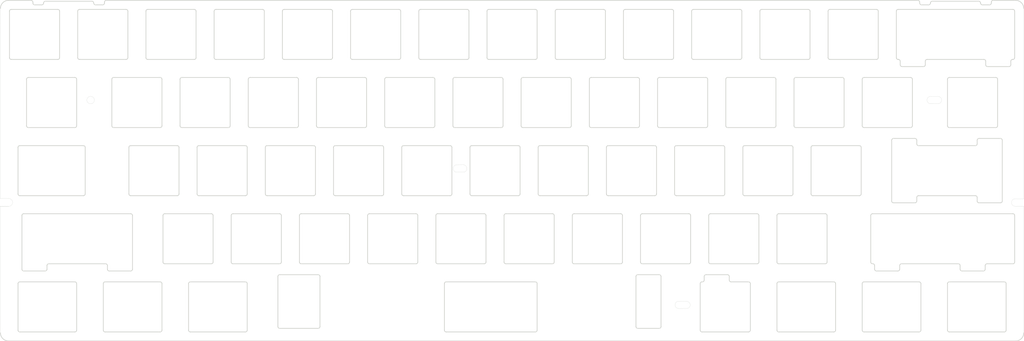
<source format=kicad_pcb>
(kicad_pcb (version 20221018) (generator pcbnew)
  (layers (0 "F.Cu" signal) (31 "B.Cu" signal) (34 "B.Paste" user) (35 "F.Paste" user) (36 "B.SilkS" user "B.Silkscreen") (37 "F.SilkS" user "F.Silkscreen") (38 "B.Mask" user) (39 "F.Mask" user) (44 "Edge.Cuts" user))
  (net 0 "")
  (gr_arc (start 229.70974 117.66599) (mid 230.063293 117.812437) (end 230.20974 118.16599) (stroke (width 0.2)) (layer "Edge.Cuts"))
  (gr_line (start 142.89099 60.51599) (end 155.89099 60.51599) (stroke (width 0.2)) (layer "Edge.Cuts"))
  (gr_line (start 257.19099 39.19099) (end 270.19099 39.19099) (stroke (width 0.2)) (layer "Edge.Cuts"))
  (gr_arc (start 117.79099 60.51599) (mid 118.144543 60.662437) (end 118.29099 61.01599) (stroke (width 0.2)) (layer "Edge.Cuts"))
  (gr_line (start 133.36599 41.46599) (end 146.36599 41.46599) (stroke (width 0.2)) (layer "Edge.Cuts"))
  (gr_line (start -0.48401 41.96599) (end -0.48401 54.96599) (stroke (width 0.2)) (layer "Edge.Cuts"))
  (gr_arc (start 61.92849 112.61599) (mid 61.574937 112.469543) (end 61.42849 112.11599) (stroke (width 0.2)) (layer "Edge.Cuts"))
  (gr_arc (start 85.74099 74.51599) (mid 85.387437 74.369543) (end 85.24099 74.01599) (stroke (width 0.2)) (layer "Edge.Cuts"))
  (gr_line (start 280.21599 41.96599) (end 280.21599 54.96599) (stroke (width 0.2)) (layer "Edge.Cuts"))
  (gr_line (start 75.42849 99.11599) (end 75.42849 112.11599) (stroke (width 0.2)) (layer "Edge.Cuts"))
  (gr_line (start 161.44099 61.01599) (end 161.44099 74.01599) (stroke (width 0.2)) (layer "Edge.Cuts"))
  (gr_arc (start 80.47849 99.11599) (mid 80.624937 98.762437) (end 80.97849 98.61599) (stroke (width 0.2)) (layer "Edge.Cuts"))
  (gr_line (start 121.45974 131.66599) (end 146.36599 131.66599) (stroke (width 0.2)) (layer "Edge.Cuts"))
  (gr_arc (start 201.01599 117.66599) (mid 200.662437 117.519543) (end 200.51599 117.16599) (stroke (width 0.2)) (layer "Edge.Cuts"))
  (gr_line (start -0.75901 134.19099) (end 280.49099 134.19099) (stroke (width 0.2)) (layer "Edge.Cuts"))
  (gr_arc (start 13.01599 41.46599) (mid 13.369543 41.612437) (end 13.51599 41.96599) (stroke (width 0.2)) (layer "Edge.Cuts"))
  (gr_line (start 20.65974 80.06599) (end 20.65974 93.06599) (stroke (width 0.2)) (layer "Edge.Cuts"))
  (gr_line (start 279.12899 55.96599) (end 279.12899 56.96599) (stroke (width 0.2)) (layer "Edge.Cuts"))
  (gr_line (start 76.21599 41.46599) (end 89.21599 41.46599) (stroke (width 0.2)) (layer "Edge.Cuts"))
  (gr_arc (start 61.14099 74.01599) (mid 60.994543 74.369543) (end 60.64099 74.51599) (stroke (width 0.2)) (layer "Edge.Cuts"))
  (gr_arc (start 248.75299 57.46599) (mid 248.399437 57.319543) (end 248.25299 56.96599) (stroke (width 0.2)) (layer "Edge.Cuts"))
  (gr_arc (start 213.82849 99.11599) (mid 213.974937 98.762437) (end 214.32849 98.61599) (stroke (width 0.2)) (layer "Edge.Cuts"))
  (gr_arc (start 204.01599 54.96599) (mid 203.869543 55.319543) (end 203.51599 55.46599) (stroke (width 0.2)) (layer "Edge.Cuts"))
  (gr_line (start 248.10924 113.11599) (end 248.10924 114.11599) (stroke (width 0.2)) (layer "Edge.Cuts"))
  (gr_arc (start 119.07849 112.61599) (mid 118.724937 112.469543) (end 118.57849 112.11599) (stroke (width 0.2)) (layer "Edge.Cuts"))
  (gr_arc (start 230.20974 131.16599) (mid 230.063293 131.519543) (end 229.70974 131.66599) (stroke (width 0.2)) (layer "Edge.Cuts"))
  (gr_line (start 37.61599 41.96599) (end 37.61599 54.96599) (stroke (width 0.2)) (layer "Edge.Cuts"))
  (gr_line (start 85.71599 130.66599) (end 74.95974 130.66599) (stroke (width 0.2)) (layer "Edge.Cuts"))
  (gr_line (start 42.09099 61.01599) (end 42.09099 74.01599) (stroke (width 0.2)) (layer "Edge.Cuts"))
  (gr_line (start 253.69099 39.44099) (end 253.69099 39.69099) (stroke (width 0.2)) (layer "Edge.Cuts"))
  (gr_arc (start 198.75349 79.56599) (mid 199.107043 79.712437) (end 199.25349 80.06599) (stroke (width 0.2)) (layer "Edge.Cuts"))
  (gr_arc (start 188.6 123.125) (mid 189.6 124.125) (end 188.6 125.125) (stroke (width 0.05)) (layer "Edge.Cuts"))
  (gr_arc (start 213.04099 60.51599) (mid 213.394543 60.662437) (end 213.54099 61.01599) (stroke (width 0.2)) (layer "Edge.Cuts"))
  (gr_arc (start 80.97849 112.61599) (mid 80.624937 112.469543) (end 80.47849 112.11599) (stroke (width 0.2)) (layer "Edge.Cuts"))
  (gr_arc (start 271.19099 40.19099) (mid 270.837437 40.044543) (end 270.69099 39.69099) (stroke (width 0.2)) (layer "Edge.Cuts"))
  (gr_arc (start 240.52224 112.61599) (mid 240.168687 112.469543) (end 240.02224 112.11599) (stroke (width 0.2)) (layer "Edge.Cuts"))
  (gr_line (start 200.04099 60.51599) (end 213.04099 60.51599) (stroke (width 0.2)) (layer "Edge.Cuts"))
  (gr_line (start 223.06599 41.96599) (end 223.06599 54.96599) (stroke (width 0.2)) (layer "Edge.Cuts"))
  (gr_arc (start 103.50349 79.56599) (mid 103.857043 79.712437) (end 104.00349 80.06599) (stroke (width 0.2)) (layer "Edge.Cuts"))
  (gr_arc (start 33.35349 93.56599) (mid 32.999937 93.419543) (end 32.85349 93.06599) (stroke (width 0.2)) (layer "Edge.Cuts"))
  (gr_line (start 253.37174 93.56599) (end 269.24774 93.56599) (stroke (width 0.2)) (layer "Edge.Cuts"))
  (gr_line (start 175.72849 99.11599) (end 175.72849 112.11599) (stroke (width 0.2)) (layer "Edge.Cuts"))
  (gr_arc (start 70.95349 80.06599) (mid 71.099937 79.712437) (end 71.45349 79.56599) (stroke (width 0.2)) (layer "Edge.Cuts"))
  (gr_line (start 247.66599 55.46599) (end 247.75299 55.46599) (stroke (width 0.2)) (layer "Edge.Cuts"))
  (gr_arc (start 100.02849 112.61599) (mid 99.674937 112.469543) (end 99.52849 112.11599) (stroke (width 0.2)) (layer "Edge.Cuts"))
  (gr_arc (start 90.50349 93.56599) (mid 90.149937 93.419543) (end 90.00349 93.06599) (stroke (width 0.2)) (layer "Edge.Cuts"))
  (gr_line (start 261.95349 60.51599) (end 274.95349 60.51599) (stroke (width 0.2)) (layer "Edge.Cuts"))
  (gr_arc (start 93.97849 98.61599) (mid 94.332043 98.762437) (end 94.47849 99.11599) (stroke (width 0.2)) (layer "Edge.Cuts"))
  (gr_line (start 33.35349 93.56599) (end 46.35349 93.56599) (stroke (width 0.2)) (layer "Edge.Cuts"))
  (gr_line (start 253.37174 79.56599) (end 269.24774 79.56599) (stroke (width 0.2)) (layer "Edge.Cuts"))
  (gr_arc (start 156.67849 99.11599) (mid 156.824937 98.762437) (end 157.17849 98.61599) (stroke (width 0.2)) (layer "Edge.Cuts"))
  (gr_arc (start 174.94099 60.51599) (mid 175.294543 60.662437) (end 175.44099 61.01599) (stroke (width 0.2)) (layer "Edge.Cuts"))
  (gr_arc (start 238.14099 131.66599) (mid 237.787437 131.519543) (end 237.64099 131.16599) (stroke (width 0.2)) (layer "Edge.Cuts"))
  (gr_arc (start 60.64099 60.51599) (mid 60.994543 60.662437) (end 61.14099 61.01599) (stroke (width 0.2)) (layer "Edge.Cuts"))
  (gr_line (start 276.74774 95.06599) (end 276.74774 78.06599) (stroke (width 0.2)) (layer "Edge.Cuts"))
  (gr_line (start 19.06599 41.46599) (end 32.06599 41.46599) (stroke (width 0.2)) (layer "Edge.Cuts"))
  (gr_line (start 252.87174 94.06599) (end 252.87174 95.06599) (stroke (width 0.2)) (layer "Edge.Cuts"))
  (gr_line (start 204.80349 93.56599) (end 217.80349 93.56599) (stroke (width 0.2)) (layer "Edge.Cuts"))
  (gr_arc (start 247.16599 41.96599) (mid 247.312437 41.612437) (end 247.66599 41.46599) (stroke (width 0.2)) (layer "Edge.Cuts"))
  (gr_line (start 251.64099 61.01599) (end 251.64099 74.01599) (stroke (width 0.2)) (layer "Edge.Cuts"))
  (gr_arc (start -3.00901 41.19099) (mid -2.35 39.6) (end -0.75901 38.94099) (stroke (width 0.2)) (layer "Edge.Cuts"))
  (gr_line (start 248.60924 112.61599) (end 264.48524 112.61599) (stroke (width 0.2)) (layer "Edge.Cuts"))
  (gr_line (start 114.31599 55.46599) (end 127.31599 55.46599) (stroke (width 0.2)) (layer "Edge.Cuts"))
  (gr_arc (start 114.31599 55.46599) (mid 113.962437 55.319543) (end 113.81599 54.96599) (stroke (width 0.2)) (layer "Edge.Cuts"))
  (gr_line (start 254.19099 40.19099) (end 256.19099 40.19099) (stroke (width 0.2)) (layer "Edge.Cuts"))
  (gr_line (start 181.45974 130.16599) (end 181.45974 116.16599) (stroke (width 0.2)) (layer "Edge.Cuts"))
  (gr_arc (start 32.06599 41.46599) (mid 32.419543 41.612437) (end 32.56599 41.96599) (stroke (width 0.2)) (layer "Edge.Cuts"))
  (gr_line (start 280.375 96.525) (end 282.75 96.525) (stroke (width 0.05)) (layer "Edge.Cuts"))
  (gr_arc (start 237.35349 93.06599) (mid 237.207043 93.419543) (end 236.85349 93.56599) (stroke (width 0.2)) (layer "Edge.Cuts"))
  (gr_arc (start 190.51599 55.46599) (mid 190.162437 55.319543) (end 190.01599 54.96599) (stroke (width 0.2)) (layer "Edge.Cuts"))
  (gr_arc (start 218.30349 93.06599) (mid 218.157043 93.419543) (end 217.80349 93.56599) (stroke (width 0.2)) (layer "Edge.Cuts"))
  (gr_arc (start 76.21599 55.46599) (mid 75.862437 55.319543) (end 75.71599 54.96599) (stroke (width 0.2)) (layer "Edge.Cuts"))
  (gr_arc (start 133.36599 55.46599) (mid 133.012437 55.319543) (end 132.86599 54.96599) (stroke (width 0.2)) (layer "Edge.Cuts"))
  (gr_line (start 100.02849 112.61599) (end 113.02849 112.61599) (stroke (width 0.2)) (layer "Edge.Cuts"))
  (gr_arc (start 279.12899 55.96599) (mid 279.275437 55.612437) (end 279.62899 55.46599) (stroke (width 0.2)) (layer "Edge.Cuts"))
  (gr_line (start 280.21599 99.11599) (end 280.21599 112.11599) (stroke (width 0.2)) (layer "Edge.Cuts"))
  (gr_line (start 272.48524 112.61599) (end 279.71599 112.61599) (stroke (width 0.2)) (layer "Edge.Cuts"))
  (gr_arc (start 203.51599 41.46599) (mid 203.869543 41.612437) (end 204.01599 41.96599) (stroke (width 0.2)) (layer "Edge.Cuts"))
  (gr_arc (start 18.27849 74.01599) (mid 18.132043 74.369543) (end 17.77849 74.51599) (stroke (width 0.2)) (layer "Edge.Cuts"))
  (gr_arc (start 185.75349 93.56599) (mid 185.399937 93.419543) (end 185.25349 93.06599) (stroke (width 0.2)) (layer "Edge.Cuts"))
  (gr_line (start 3.48424 114.61599) (end 9.48424 114.61599) (stroke (width 0.2)) (layer "Edge.Cuts"))
  (gr_arc (start 213.82849 118.16599) (mid 213.974937 117.812437) (end 214.32849 117.66599) (stroke (width 0.2)) (layer "Edge.Cuts"))
  (gr_arc (start 46.35349 79.56599) (mid 46.707043 79.712437) (end 46.85349 80.06599) (stroke (width 0.2)) (layer "Edge.Cuts"))
  (gr_arc (start 118.29099 74.01599) (mid 118.144543 74.369543) (end 117.79099 74.51599) (stroke (width 0.2)) (layer "Edge.Cuts"))
  (gr_line (start 171.46599 55.46599) (end 184.46599 55.46599) (stroke (width 0.2)) (layer "Edge.Cuts"))
  (gr_line (start 213.54099 61.01599) (end 213.54099 74.01599) (stroke (width 0.2)) (layer "Edge.Cuts"))
  (gr_arc (start 123.84099 74.51599) (mid 123.487437 74.369543) (end 123.34099 74.01599) (stroke (width 0.2)) (layer "Edge.Cuts"))
  (gr_line (start 104.79099 74.51599) (end 117.79099 74.51599) (stroke (width 0.2)) (layer "Edge.Cuts"))
  (gr_arc (start 132.57849 112.11599) (mid 132.432043 112.469543) (end 132.07849 112.61599) (stroke (width 0.2)) (layer "Edge.Cuts"))
  (gr_arc (start 61.42849 99.11599) (mid 61.574937 98.762437) (end 61.92849 98.61599) (stroke (width 0.2)) (layer "Edge.Cuts"))
  (gr_line (start 51.90349 80.06599) (end 51.90349 93.06599) (stroke (width 0.2)) (layer "Edge.Cuts"))
  (gr_line (start 218.59099 61.01599) (end 218.59099 74.01599) (stroke (width 0.2)) (layer "Edge.Cuts"))
  (gr_arc (start 232.59099 74.01599) (mid 232.444543 74.369543) (end 232.09099 74.51599) (stroke (width 0.2)) (layer "Edge.Cuts"))
  (gr_line (start 137.62849 99.11599) (end 137.62849 112.11599) (stroke (width 0.2)) (layer "Edge.Cuts"))
  (gr_arc (start 195.27849 112.61599) (mid 194.924937 112.469543) (end 194.77849 112.11599) (stroke (width 0.2)) (layer "Edge.Cuts"))
  (gr_arc (start 261.95349 74.51599) (mid 261.599937 74.369543) (end 261.45349 74.01599) (stroke (width 0.2)) (layer "Edge.Cuts"))
  (gr_line (start 33.86024 99.11599) (end 33.86024 114.11599) (stroke (width 0.2)) (layer "Edge.Cuts"))
  (gr_arc (start 256.69099 39.69099) (mid 256.544543 40.044543) (end 256.19099 40.19099) (stroke (width 0.2)) (layer "Edge.Cuts"))
  (gr_line (start 264.98524 113.11599) (end 264.98524 114.11599) (stroke (width 0.2)) (layer "Edge.Cuts"))
  (gr_line (start 208.77849 99.11599) (end 208.77849 112.11599) (stroke (width 0.2)) (layer "Edge.Cuts"))
  (gr_line (start 109.55349 93.56599) (end 122.55349 93.56599) (stroke (width 0.2)) (layer "Edge.Cuts"))
  (gr_line (start 4.77849 74.51599) (end 17.77849 74.51599) (stroke (width 0.2)) (layer "Edge.Cuts"))
  (gr_line (start 109.05349 80.06599) (end 109.05349 93.06599) (stroke (width 0.2)) (layer "Edge.Cuts"))
  (gr_line (start 188.6 123.125) (end 186.5 123.075) (stroke (width 0.05)) (layer "Edge.Cuts"))
  (gr_arc (start 120.95974 118.16599) (mid 121.106187 117.812437) (end 121.45974 117.66599) (stroke (width 0.2)) (layer "Edge.Cuts"))
  (gr_arc (start 20.65974 93.06599) (mid 20.513293 93.419543) (end 20.15974 93.56599) (stroke (width 0.2)) (layer "Edge.Cuts"))
  (gr_line (start 133.36599 55.46599) (end 146.36599 55.46599) (stroke (width 0.2)) (layer "Edge.Cuts"))
  (gr_line (start 80.97849 112.61599) (end 93.97849 112.61599) (stroke (width 0.2)) (layer "Edge.Cuts"))
  (gr_arc (start 147.15349 80.06599) (mid 147.299937 79.712437) (end 147.65349 79.56599) (stroke (width 0.2)) (layer "Edge.Cuts"))
  (gr_line (start 261.95349 117.66599) (end 277.33474 117.66599) (stroke (width 0.2)) (layer "Edge.Cuts"))
  (gr_line (start -3.1 96.525) (end -3.00901 131.94099) (stroke (width 0.05)) (layer "Edge.Cuts"))
  (gr_line (start 71.45349 93.56599) (end 84.45349 93.56599) (stroke (width 0.2)) (layer "Edge.Cuts"))
  (gr_line (start 10.48424 112.61599) (end 26.36024 112.61599) (stroke (width 0.2)) (layer "Edge.Cuts"))
  (gr_line (start 32.56599 41.96599) (end 32.56599 54.96599) (stroke (width 0.2)) (layer "Edge.Cuts"))
  (gr_arc (start 108.76599 54.96599) (mid 108.619543 55.319543) (end 108.26599 55.46599) (stroke (width 0.2)) (layer "Edge.Cuts"))
  (gr_arc (start 2.98424 99.11599) (mid 3.130687 98.762437) (end 3.48424 98.61599) (stroke (width 0.2)) (layer "Edge.Cuts"))
  (gr_arc (start 26.04099 39.69099) (mid 25.894543 40.044543) (end 25.54099 40.19099) (stroke (width 0.2)) (layer "Edge.Cuts"))
  (gr_arc (start 51.11599 41.46599) (mid 51.469543 41.612437) (end 51.61599 41.96599) (stroke (width 0.2)) (layer "Edge.Cuts"))
  (gr_arc (start 254.19099 40.19099) (mid 253.837437 40.044543) (end 253.69099 39.69099) (stroke (width 0.2)) (layer "Edge.Cuts"))
  (gr_line (start 245.87174 78.06599) (end 245.87174 95.06599) (stroke (width 0.2)) (layer "Edge.Cuts"))
  (gr_arc (start 33.86024 114.11599) (mid 33.713793 114.469543) (end 33.36024 114.61599) (stroke (width 0.2)) (layer "Edge.Cuts"))
  (gr_line (start 142.10349 80.06599) (end 142.10349 93.06599) (stroke (width 0.2)) (layer "Edge.Cuts"))
  (gr_arc (start 132.86599 41.96599) (mid 133.012437 41.612437) (end 133.36599 41.46599) (stroke (width 0.2)) (layer "Edge.Cuts"))
  (gr_line (start 282.75 94.425) (end 282.74099 41.19099) (stroke (width 0.05)) (layer "Edge.Cuts"))
  (gr_arc (start 241.60924 114.61599) (mid 241.255687 114.469543) (end 241.10924 114.11599) (stroke (width 0.2)) (layer "Edge.Cuts"))
  (gr_line (start 248.75299 57.46599) (end 254.75299 57.46599) (stroke (width 0.2)) (layer "Edge.Cuts"))
  (gr_arc (start 219.09099 74.51599) (mid 218.737437 74.369543) (end 218.59099 74.01599) (stroke (width 0.2)) (layer "Edge.Cuts"))
  (gr_line (start 57.16599 55.46599) (end 70.16599 55.46599) (stroke (width 0.2)) (layer "Edge.Cuts"))
  (gr_line (start 252.37174 77.56599) (end 246.37174 77.56599) (stroke (width 0.2)) (layer "Edge.Cuts"))
  (gr_arc (start 190.01599 41.96599) (mid 190.162437 41.612437) (end 190.51599 41.46599) (stroke (width 0.2)) (layer "Edge.Cuts"))
  (gr_line (start 193.51599 117.16599) (end 193.51599 116.16599) (stroke (width 0.2)) (layer "Edge.Cuts"))
  (gr_line (start 128.60349 79.56599) (end 141.60349 79.56599) (stroke (width 0.2)) (layer "Edge.Cuts"))
  (gr_arc (start 99.52849 99.11599) (mid 99.674937 98.762437) (end 100.02849 98.61599) (stroke (width 0.2)) (layer "Edge.Cuts"))
  (gr_arc (start 37.61599 41.96599) (mid 37.762437 41.612437) (end 38.11599 41.46599) (stroke (width 0.2)) (layer "Edge.Cuts"))
  (gr_arc (start 128.10349 80.06599) (mid 128.249937 79.712437) (end 128.60349 79.56599) (stroke (width 0.2)) (layer "Edge.Cuts"))
  (gr_arc (start 276.74774 95.06599) (mid 276.601293 95.419543) (end 276.24774 95.56599) (stroke (width 0.2)) (layer "Edge.Cuts"))
  (gr_arc (start 9.98424 113.11599) (mid 10.130687 112.762437) (end 10.48424 112.61599) (stroke (width 0.2)) (layer "Edge.Cuts"))
  (gr_arc (start 275.45349 74.01599) (mid 275.307043 74.369543) (end 274.95349 74.51599) (stroke (width 0.2)) (layer "Edge.Cuts"))
  (gr_line (start 180.49099 61.01599) (end 180.49099 74.01599) (stroke (width 0.2)) (layer "Edge.Cuts"))
  (gr_line (start 161.94099 60.51599) (end 174.94099 60.51599) (stroke (width 0.2)) (layer "Edge.Cuts"))
  (gr_arc (start 2.39724 131.66599) (mid 2.043687 131.519543) (end 1.89724 131.16599) (stroke (width 0.2)) (layer "Edge.Cuts"))
  (gr_line (start 138.12849 98.61599) (end 151.12849 98.61599) (stroke (width 0.2)) (layer "Edge.Cuts"))
  (gr_line (start 156.67849 99.11599) (end 156.67849 112.11599) (stroke (width 0.2)) (layer "Edge.Cuts"))
  (gr_line (start 42.87849 98.61599) (end 55.87849 98.61599) (stroke (width 0.2)) (layer "Edge.Cuts"))
  (gr_arc (start 280.21599 54.96599) (mid 280.069543 55.319543) (end 279.71599 55.46599) (stroke (width 0.2)) (layer "Edge.Cuts"))
  (gr_line (start 228.61599 55.46599) (end 241.61599 55.46599) (stroke (width 0.2)) (layer "Edge.Cuts"))
  (gr_arc (start 47.64099 74.51599) (mid 47.287437 74.369543) (end 47.14099 74.01599) (stroke (width 0.2)) (layer "Edge.Cuts"))
  (gr_arc (start 200.04099 74.51599) (mid 199.687437 74.369543) (end 199.54099 74.01599) (stroke (width 0.2)) (layer "Edge.Cuts"))
  (gr_arc (start 108.26599 41.46599) (mid 108.619543 41.612437) (end 108.76599 41.96599) (stroke (width 0.2)) (layer "Edge.Cuts"))
  (gr_line (start 185.75349 79.56599) (end 198.75349 79.56599) (stroke (width 0.2)) (layer "Edge.Cuts"))
  (gr_line (start 166.70349 79.56599) (end 179.70349 79.56599) (stroke (width 0.2)) (layer "Edge.Cuts"))
  (gr_line (start 219.09099 74.51599) (end 232.09099 74.51599) (stroke (width 0.2)) (layer "Edge.Cuts"))
  (gr_arc (start 136.84099 60.51599) (mid 137.194543 60.662437) (end 137.34099 61.01599) (stroke (width 0.2)) (layer "Edge.Cuts"))
  (gr_arc (start 247.66599 55.46599) (mid 247.312437 55.319543) (end 247.16599 54.96599) (stroke (width 0.2)) (layer "Edge.Cuts"))
  (gr_arc (start 74.45974 116.16599) (mid 74.606187 115.812437) (end 74.95974 115.66599) (stroke (width 0.2)) (layer "Edge.Cuts"))
  (gr_arc (start 151.12849 98.61599) (mid 151.482043 98.762437) (end 151.62849 99.11599) (stroke (width 0.2)) (layer "Edge.Cuts"))
  (gr_line (start 242.11599 41.96599) (end 242.11599 54.96599) (stroke (width 0.2)) (layer "Edge.Cuts"))
  (gr_arc (start 176.22849 112.61599) (mid 175.874937 112.469543) (end 175.72849 112.11599) (stroke (width 0.2)) (layer "Edge.Cuts"))
  (gr_arc (start 56.37849 112.11599) (mid 56.232043 112.469543) (end 55.87849 112.61599) (stroke (width 0.2)) (layer "Edge.Cuts"))
  (gr_arc (start 241.61599 41.46599) (mid 241.969543 41.612437) (end 242.11599 41.96599) (stroke (width 0.2)) (layer "Edge.Cuts"))
  (gr_line (start 89.71599 41.96599) (end 89.71599 54.96599) (stroke (width 0.2)) (layer "Edge.Cuts"))
  (gr_line (start 213.82849 118.16599) (end 213.82849 131.16599) (stroke (width 0.2)) (layer "Edge.Cuts"))
  (gr_arc (start 51.90349 80.06599) (mid 52.049937 79.712437) (end 52.40349 79.56599) (stroke (width 0.2)) (layer "Edge.Cuts"))
  (gr_line (start 170.96599 41.96599) (end 170.96599 54.96599) (stroke (width 0.2)) (layer "Edge.Cuts"))
  (gr_arc (start 127.31599 41.46599) (mid 127.669543 41.612437) (end 127.81599 41.96599) (stroke (width 0.2)) (layer "Edge.Cuts"))
  (gr_arc (start 179.70349 79.56599) (mid 180.057043 79.712437) (end 180.20349 80.06599) (stroke (width 0.2)) (layer "Edge.Cuts"))
  (gr_line (start 238.14099 131.66599) (end 253.52224 131.66599) (stroke (width 0.2)) (layer "Edge.Cuts"))
  (gr_line (start 126.275 84.9) (end 124.275 84.925001) (stroke (width 0.05)) (layer "Edge.Cuts"))
  (gr_line (start 204.80349 79.56599) (end 217.80349 79.56599) (stroke (width 0.2)) (layer "Edge.Cuts"))
  (gr_arc (start 132.07849 98.61599) (mid 132.432043 98.762437) (end 132.57849 99.11599) (stroke (width 0.2)) (layer "Edge.Cuts"))
  (gr_line (start 65.90349 80.06599) (end 65.90349 93.06599) (stroke (width 0.2)) (layer "Edge.Cuts"))
  (gr_line (start 261.95349 131.66599) (end 277.33474 131.66599) (stroke (width 0.2)) (layer "Edge.Cuts"))
  (gr_arc (start 189.22849 98.61599) (mid 189.582043 98.762437) (end 189.72849 99.11599) (stroke (width 0.2)) (layer "Edge.Cuts"))
  (gr_line (start 9.98424 113.11599) (end 9.98424 114.11599) (stroke (width 0.2)) (layer "Edge.Cuts"))
  (gr_line (start 238.14099 117.66599) (end 253.52224 117.66599) (stroke (width 0.2)) (layer "Edge.Cuts"))
  (gr_arc (start 253.19099 38.94099) (mid 253.544543 39.087437) (end 253.69099 39.44099) (stroke (width 0.2)) (layer "Edge.Cuts"))
  (gr_arc (start 269.74774 78.06599) (mid 269.894187 77.712437) (end 270.24774 77.56599) (stroke (width 0.2)) (layer "Edge.Cuts"))
  (gr_arc (start 218.59099 61.01599) (mid 218.737437 60.662437) (end 219.09099 60.51599) (stroke (width 0.2)) (layer "Edge.Cuts"))
  (gr_line (start 194.77849 99.11599) (end 194.77849 112.11599) (stroke (width 0.2)) (layer "Edge.Cuts"))
  (gr_arc (start 279.71599 41.46599) (mid 280.069543 41.612437) (end 280.21599 41.96599) (stroke (width 0.2)) (layer "Edge.Cuts"))
  (gr_line (start 104.29099 61.01599) (end 104.29099 74.01599) (stroke (width 0.2)) (layer "Edge.Cuts"))
  (gr_arc (start 57.16599 55.46599) (mid 56.812437 55.319543) (end 56.66599 54.96599) (stroke (width 0.2)) (layer "Edge.Cuts"))
  (gr_line (start 25.70974 118.16599) (end 25.70974 131.16599) (stroke (width 0.2)) (layer "Edge.Cuts"))
  (gr_line (start 188.6 125.125) (end 186.4 125.129866) (stroke (width 0.05)) (layer "Edge.Cuts"))
  (gr_arc (start 161.15349 93.06599) (mid 161.007043 93.419543) (end 160.65349 93.56599) (stroke (width 0.2)) (layer "Edge.Cuts"))
  (gr_line (start 4.77849 60.51599) (end 17.77849 60.51599) (stroke (width 0.2)) (layer "Edge.Cuts"))
  (gr_arc (start 238.14099 74.51599) (mid 237.787437 74.369543) (end 237.64099 74.01599) (stroke (width 0.2)) (layer "Edge.Cuts"))
  (gr_arc (start 280.375 96.525) (mid 279.325 95.475) (end 280.375 94.425) (stroke (width 0.05)) (layer "Edge.Cuts"))
  (gr_arc (start 41.59099 60.51599) (mid 41.944543 60.662437) (end 42.09099 61.01599) (stroke (width 0.2)) (layer "Edge.Cuts"))
  (gr_arc (start 223.06599 54.96599) (mid 222.919543 55.319543) (end 222.56599 55.46599) (stroke (width 0.2)) (layer "Edge.Cuts"))
  (gr_arc (start 217.80349 79.56599) (mid 218.157043 79.712437) (end 218.30349 80.06599) (stroke (width 0.2)) (layer "Edge.Cuts"))
  (gr_line (start 2.39724 131.66599) (end 17.77849 131.66599) (stroke (width 0.2)) (layer "Edge.Cuts"))
  (gr_line (start -0.725 96.55) (end -3.1 96.525) (stroke (width 0.05)) (layer "Edge.Cuts"))
  (gr_line (start 109.55349 79.56599) (end 122.55349 79.56599) (stroke (width 0.2)) (layer "Edge.Cuts"))
  (gr_line (start 223.85349 93.56599) (end 236.85349 93.56599) (stroke (width 0.2)) (layer "Edge.Cuts"))
  (gr_line (start 70.66599 41.96599) (end 70.66599 54.96599) (stroke (width 0.2)) (layer "Edge.Cuts"))
  (gr_arc (start 151.62849 112.11599) (mid 151.482043 112.469543) (end 151.12849 112.61599) (stroke (width 0.2)) (layer "Edge.Cuts"))
  (gr_line (start 246.37174 95.56599) (end 252.37174 95.56599) (stroke (width 0.2)) (layer "Edge.Cuts"))
  (gr_arc (start 258.95 65.800001) (mid 259.814031 66.865772) (end 258.869142 67.860561) (stroke (width 0.05)) (layer "Edge.Cuts"))
  (gr_line (start 157.17849 98.61599) (end 170.17849 98.61599) (stroke (width 0.2)) (layer "Edge.Cuts"))
  (gr_line (start 206.39724 118.16599) (end 206.39724 131.16599) (stroke (width 0.2)) (layer "Edge.Cuts"))
  (gr_arc (start 189.72849 112.11599) (mid 189.582043 112.469543) (end 189.22849 112.61599) (stroke (width 0.2)) (layer "Edge.Cuts"))
  (gr_arc (start 160.65349 79.56599) (mid 161.007043 79.712437) (end 161.15349 80.06599) (stroke (width 0.2)) (layer "Edge.Cuts"))
  (gr_arc (start 184.46599 41.46599) (mid 184.819543 41.612437) (end 184.96599 41.96599) (stroke (width 0.2)) (layer "Edge.Cuts"))
  (gr_arc (start 137.34099 74.01599) (mid 137.194543 74.369543) (end 136.84099 74.51599) (stroke (width 0.2)) (layer "Edge.Cuts"))
  (gr_arc (start 265.48524 114.61599) (mid 265.131687 114.469543) (end 264.98524 114.11599) (stroke (width 0.2)) (layer "Edge.Cuts"))
  (gr_line (start 61.92849 112.61599) (end 74.92849 112.61599) (stroke (width 0.2)) (layer "Edge.Cuts"))
  (gr_line (start 57.16599 41.46599) (end 70.16599 41.46599) (stroke (width 0.2)) (layer "Edge.Cuts"))
  (gr_line (start 26.86024 113.11599) (end 26.86024 114.11599) (stroke (width 0.2)) (layer "Edge.Cuts"))
  (gr_arc (start 104.79099 74.51599) (mid 104.437437 74.369543) (end 104.29099 74.01599) (stroke (width 0.2)) (layer "Edge.Cuts"))
  (gr_line (start 26.20974 117.66599) (end 41.59099 117.66599) (stroke (width 0.2)) (layer "Edge.Cuts"))
  (gr_arc (start 123.34099 61.01599) (mid 123.487437 60.662437) (end 123.84099 60.51599) (stroke (width 0.2)) (layer "Edge.Cuts"))
  (gr_line (start 269.74774 79.06599) (end 269.74774 78.06599) (stroke (width 0.2)) (layer "Edge.Cuts"))
  (gr_arc (start 27.36024 114.61599) (mid 27.006687 114.469543) (end 26.86024 114.11599) (stroke (width 0.2)) (layer "Edge.Cuts"))
  (gr_line (start 142.39099 61.01599) (end 142.39099 74.01599) (stroke (width 0.2)) (layer "Edge.Cuts"))
  (gr_line (start 113.81599 41.96599) (end 113.81599 54.96599) (stroke (width 0.2)) (layer "Edge.Cuts"))
  (gr_arc (start 209.56599 55.46599) (mid 209.212437 55.319543) (end 209.06599 54.96599) (stroke (width 0.2)) (layer "Edge.Cuts"))
  (gr_line (start 76.21599 55.46599) (end 89.21599 55.46599) (stroke (width 0.2)) (layer "Edge.Cuts"))
  (gr_arc (start 33.36024 98.61599) (mid 33.713793 98.762437) (end 33.86024 99.11599) (stroke (width 0.2)) (layer "Edge.Cuts"))
  (gr_arc (start 156.39099 74.01599) (mid 156.244543 74.369543) (end 155.89099 74.51599) (stroke (width 0.2)) (layer "Edge.Cuts"))
  (gr_line (start 223.85349 79.56599) (end 236.85349 79.56599) (stroke (width 0.2)) (layer "Edge.Cuts"))
  (gr_line (start 271.98524 113.11599) (end 271.98524 114.11599) (stroke (width 0.2)) (layer "Edge.Cuts"))
  (gr_arc (start 180.20349 93.06599) (mid 180.057043 93.419543) (end 179.70349 93.56599) (stroke (width 0.2)) (layer "Edge.Cuts"))
  (gr_line (start 22.54099 39.19099) (end 9.54099 39.19099) (stroke (width 0.2)) (layer "Edge.Cuts"))
  (gr_line (start 90.00349 80.06599) (end 90.00349 93.06599) (stroke (width 0.2)) (layer "Edge.Cuts"))
  (gr_line (start 123.34099 61.01599) (end 123.34099 74.01599) (stroke (width 0.2)) (layer "Edge.Cuts"))
  (gr_arc (start 19.06599 55.46599) (mid 18.712437 55.319543) (end 18.56599 54.96599) (stroke (width 0.2)) (layer "Edge.Cuts"))
  (gr_line (start 161.15349 80.06599) (end 161.15349 93.06599) (stroke (width 0.2)) (layer "Edge.Cuts"))
  (gr_arc (start 17.77849 60.51599) (mid 18.132043 60.662437) (end 18.27849 61.01599) (stroke (width 0.2)) (layer "Edge.Cuts"))
  (gr_arc (start 46.85349 93.06599) (mid 46.707043 93.419543) (end 46.35349 93.56599) (stroke (width 0.2)) (layer "Edge.Cuts"))
  (gr_line (start 185.75349 93.56599) (end 198.75349 93.56599) (stroke (width 0.2)) (layer "Edge.Cuts"))
  (gr_line (start -3.1 94.35) (end -3.00901 41.19099) (stroke (width 0.05)) (layer "Edge.Cuts"))
  (gr_arc (start 3.48424 114.61599) (mid 3.130687 114.469543) (end 2.98424 114.11599) (stroke (width 0.2)) (layer "Edge.Cuts"))
  (gr_line (start 28.59099 74.51599) (end 41.59099 74.51599) (stroke (width 0.2)) (layer "Edge.Cuts"))
  (gr_arc (start 146.86599 131.16599) (mid 146.719543 131.519543) (end 146.36599 131.66599) (stroke (width 0.2)) (layer "Edge.Cuts"))
  (gr_line (start 85.24099 61.01599) (end 85.24099 74.01599) (stroke (width 0.2)) (layer "Edge.Cuts"))
  (gr_arc (start 261.45349 118.16599) (mid 261.599937 117.812437) (end 261.95349 117.66599) (stroke (width 0.2)) (layer "Edge.Cuts"))
  (gr_arc (start 109.55349 93.56599) (mid 109.199937 93.419543) (end 109.05349 93.06599) (stroke (width 0.2)) (layer "Edge.Cuts"))
  (gr_arc (start 17.77849 117.66599) (mid 18.132043 117.812437) (end 18.27849 118.16599) (stroke (width 0.2)) (layer "Edge.Cuts"))
  (gr_line (start 247.66599 41.46599) (end 279.71599 41.46599) (stroke (width 0.2)) (layer "Edge.Cuts"))
  (gr_line (start 190.51599 41.46599) (end 203.51599 41.46599) (stroke (width 0.2)) (layer "Edge.Cuts"))
  (gr_arc (start 118.57849 99.11599) (mid 118.724937 98.762437) (end 119.07849 98.61599) (stroke (width 0.2)) (layer "Edge.Cuts"))
  (gr_arc (start 85.24099 61.01599) (mid 85.387437 60.662437) (end 85.74099 60.51599) (stroke (width 0.2)) (layer "Edge.Cuts"))
  (gr_arc (start 280.49099 38.94099) (mid 282.08198 39.6) (end 282.74099 41.19099) (stroke (width 0.2)) (layer "Edge.Cuts"))
  (gr_arc (start 228.61599 55.46599) (mid 228.262437 55.319543) (end 228.11599 54.96599) (stroke (width 0.2)) (layer "Edge.Cuts"))
  (gr_arc (start 126.275 84.9) (mid 127.217949 85.799684) (end 126.612125 86.953617) (stroke (width 0.05)) (layer "Edge.Cuts"))
  (gr_line (start 176.22849 112.61599) (end 189.22849 112.61599) (stroke (width 0.2)) (layer "Edge.Cuts"))
  (gr_line (start 255.75299 55.46599) (end 271.62899 55.46599) (stroke (width 0.2)) (layer "Edge.Cuts"))
  (gr_line (start 240.02224 99.11599) (end 240.02224 112.11599) (stroke (width 0.2)) (layer "Edge.Cuts"))
  (gr_line (start 146.86599 118.16599) (end 146.86599 131.16599) (stroke (width 0.2)) (layer "Edge.Cuts"))
  (gr_line (start 123.84099 60.51599) (end 136.84099 60.51599) (stroke (width 0.2)) (layer "Edge.Cuts"))
  (gr_line (start 219.09099 60.51599) (end 232.09099 60.51599) (stroke (width 0.2)) (layer "Edge.Cuts"))
  (gr_arc (start 70.66599 54.96599) (mid 70.519543 55.319543) (end 70.16599 55.46599) (stroke (width 0.2)) (layer "Edge.Cuts"))
  (gr_arc (start 98.74099 60.51599) (mid 99.094543 60.662437) (end 99.24099 61.01599) (stroke (width 0.2)) (layer "Edge.Cuts"))
  (gr_line (start 120.95974 118.16599) (end 120.95974 131.16599) (stroke (width 0.2)) (layer "Edge.Cuts"))
  (gr_arc (start 237.64099 118.16599) (mid 237.787437 117.812437) (end 238.14099 117.66599) (stroke (width 0.2)) (layer "Edge.Cuts"))
  (gr_line (start 199.54099 61.01599) (end 199.54099 74.01599) (stroke (width 0.2)) (layer "Edge.Cuts"))
  (gr_line (start 276.24774 77.56599) (end 270.24774 77.56599) (stroke (width 0.2)) (layer "Edge.Cuts"))
  (gr_arc (start 222.56599 41.46599) (mid 222.919543 41.612437) (end 223.06599 41.96599) (stroke (width 0.2)) (layer "Edge.Cuts"))
  (gr_line (start 33.35349 79.56599) (end 46.35349 79.56599) (stroke (width 0.2)) (layer "Edge.Cuts"))
  (gr_arc (start 208.27849 98.61599) (mid 208.632043 98.762437) (end 208.77849 99.11599) (stroke (width 0.2)) (layer "Edge.Cuts"))
  (gr_arc (start 271.98524 113.11599) (mid 272.131687 112.762437) (end 272.48524 112.61599) (stroke (width 0.2)) (layer "Edge.Cuts"))
  (gr_arc (start 75.71599 41.96599) (mid 75.862437 41.612437) (end 76.21599 41.46599) (stroke (width 0.2)) (layer "Edge.Cuts"))
  (gr_arc (start 161.94099 74.51599) (mid 161.587437 74.369543) (end 161.44099 74.01599) (stroke (width 0.2)) (layer "Edge.Cuts"))
  (gr_arc (start 94.76599 41.96599) (mid 94.912437 41.612437) (end 95.26599 41.46599) (stroke (width 0.2)) (layer "Edge.Cuts"))
  (gr_arc (start 214.32849 131.66599) (mid 213.974937 131.519543) (end 213.82849 131.16599) (stroke (width 0.2)) (layer "Edge.Cuts"))
  (gr_arc (start 146.36599 41.46599) (mid 146.719543 41.612437) (end 146.86599 41.96599) (stroke (width 0.2)) (layer "Edge.Cuts"))
  (gr_arc (start 142.39099 61.01599) (mid 142.537437 60.662437) (end 142.89099 60.51599) (stroke (width 0.2)) (layer "Edge.Cuts"))
  (gr_line (start 38.11599 55.46599) (end 51.11599 55.46599) (stroke (width 0.2)) (layer "Edge.Cuts"))
  (gr_line (start 26.54099 38.94099) (end 253.19099 38.94099) (stroke (width 0.2)) (layer "Edge.Cuts"))
  (gr_arc (start 277.83474 131.16599) (mid 277.688293 131.519543) (end 277.33474 131.66599) (stroke (width 0.2)) (layer "Edge.Cuts"))
  (gr_line (start 192.89724 131.66599) (end 205.89724 131.66599) (stroke (width 0.2)) (layer "Edge.Cuts"))
  (gr_arc (start 65.90349 131.16599) (mid 65.757043 131.519543) (end 65.40349 131.66599) (stroke (width 0.2)) (layer "Edge.Cuts"))
  (gr_line (start 42.37849 99.11599) (end 42.37849 112.11599) (stroke (width 0.2)) (layer "Edge.Cuts"))
  (gr_line (start 190.01599 41.96599) (end 190.01599 54.96599) (stroke (width 0.2)) (layer "Edge.Cuts"))
  (gr_line (start 247.16599 41.96599) (end 247.16599 54.96599) (stroke (width 0.2)) (layer "Edge.Cuts"))
  (gr_line (start 147.65349 93.56599) (end 160.65349 93.56599) (stroke (width 0.2)) (layer "Edge.Cuts"))
  (gr_line (start 180.99099 60.51599) (end 193.99099 60.51599) (stroke (width 0.2)) (layer "Edge.Cuts"))
  (gr_line (start 174.45974 130.16599) (end 174.45974 116.16599) (stroke (width 0.2)) (layer "Edge.Cuts"))
  (gr_arc (start 270.19099 39.19099) (mid 270.544543 39.337437) (end 270.69099 39.69099) (stroke (width 0.2)) (layer "Edge.Cuts"))
  (gr_line (start 50.02224 117.66599) (end 65.40349 117.66599) (stroke (width 0.2)) (layer "Edge.Cuts"))
  (gr_line (start 204.01599 41.96599) (end 204.01599 54.96599) (stroke (width 0.2)) (layer "Edge.Cuts"))
  (gr_line (start 201.01599 117.66599) (end 205.89724 117.66599) (stroke (width 0.2)) (layer "Edge.Cuts"))
  (gr_line (start 66.69099 74.51599) (end 79.69099 74.51599) (stroke (width 0.2)) (layer "Edge.Cuts"))
  (gr_arc (start 52.40349 93.56599) (mid 52.049937 93.419543) (end 51.90349 93.06599) (stroke (width 0.2)) (layer "Edge.Cuts"))
  (gr_line (start 227.82849 99.11599) (end 227.82849 112.11599) (stroke (width 0.2)) (layer "Edge.Cuts"))
  (gr_arc (start 137.62849 99.11599) (mid 137.774937 98.762437) (end 138.12849 98.61599) (stroke (width 0.2)) (layer "Edge.Cuts"))
  (gr_arc (start 5.54099 38.94099) (mid 5.894543 39.087437) (end 6.04099 39.44099) (stroke (width 0.2)) (layer "Edge.Cuts"))
  (gr_line (start 184.96599 41.96599) (end 184.96599 54.96599) (stroke (width 0.2)) (layer "Edge.Cuts"))
  (gr_arc (start 49.52224 118.16599) (mid 49.668687 117.812437) (end 50.02224 117.66599) (stroke (width 0.2)) (layer "Edge.Cuts"))
  (gr_line (start 28.09099 61.01599) (end 28.09099 74.01599) (stroke (width 0.2)) (layer "Edge.Cuts"))
  (gr_line (start 85.74099 74.51599) (end 98.74099 74.51599) (stroke (width 0.2)) (layer "Edge.Cuts"))
  (gr_line (start 123.05349 80.06599) (end 123.05349 93.06599) (stroke (width 0.2)) (layer "Edge.Cuts"))
  (gr_arc (start 151.91599 41.96599) (mid 152.062437 41.612437) (end 152.41599 41.46599) (stroke (width 0.2)) (layer "Edge.Cuts"))
  (gr_arc (start 240.60924 112.61599) (mid 240.962793 112.762437) (end 241.10924 113.11599) (stroke (width 0.2)) (layer "Edge.Cuts"))
  (gr_arc (start 276.24774 77.56599) (mid 276.601293 77.712437) (end 276.74774 78.06599) (stroke (width 0.2)) (layer "Edge.Cuts"))
  (gr_line (start 1.89724 118.16599) (end 1.89724 131.16599) (stroke (width 0.2)) (layer "Edge.Cuts"))
  (gr_line (start 157.17849 112.61599) (end 170.17849 112.61599) (stroke (width 0.2)) (layer "Edge.Cuts"))
  (gr_arc (start 32.56599 54.96599) (mid 32.419543 55.319543) (end 32.06599 55.46599) (stroke (width 0.2)) (layer "Edge.Cuts"))
  (gr_arc (start 272.62899 57.46599) (mid 272.275437 57.319543) (end 272.12899 56.96599) (stroke (width 0.2)) (layer "Edge.Cuts"))
  (gr_line (start 151.62849 99.11599) (end 151.62849 112.11599) (stroke (width 0.2)) (layer "Edge.Cuts"))
  (gr_arc (start 65.40349 79.56599) (mid 65.757043 79.712437) (end 65.90349 80.06599) (stroke (width 0.2)) (layer "Edge.Cuts"))
  (gr_arc (start 277.33474 117.66599) (mid 277.688293 117.812437) (end 277.83474 118.16599) (stroke (width 0.2)) (layer "Edge.Cuts"))
  (gr_arc (start 55.87849 98.61599) (mid 56.232043 98.762437) (end 56.37849 99.11599) (stroke (width 0.2)) (layer "Edge.Cuts"))
  (gr_line (start 209.56599 55.46599) (end 222.56599 55.46599) (stroke (width 0.2)) (layer "Edge.Cuts"))
  (gr_line (start 128.60349 93.56599) (end 141.60349 93.56599) (stroke (width 0.2)) (layer "Edge.Cuts"))
  (gr_arc (start 161.44099 61.01599) (mid 161.587437 60.662437) (end 161.94099 60.51599) (stroke (width 0.2)) (layer "Edge.Cuts"))
  (gr_arc (start 104.29099 61.01599) (mid 104.437437 60.662437) (end 104.79099 60.51599) (stroke (width 0.2)) (layer "Edge.Cuts"))
  (gr_arc (start 273.69099 39.69099) (mid 273.544543 40.044543) (end 273.19099 40.19099) (stroke (width 0.2)) (layer "Edge.Cuts"))
  (gr_arc (start 42.87849 112.61599) (mid 42.524937 112.469543) (end 42.37849 112.11599) (stroke (width 0.2)) (layer "Edge.Cuts"))
  (gr_arc (start 74.95974 130.66599) (mid 74.606187 130.519543) (end 74.45974 130.16599) (stroke (width 0.2)) (layer "Edge.Cuts"))
  (gr_line (start 171.46599 41.46599) (end 184.46599 41.46599) (stroke (width 0.2)) (layer "Edge.Cuts"))
  (gr_arc (start 1.89724 80.06599) (mid 2.043687 79.712437) (end 2.39724 79.56599) (stroke (width 0.2)) (layer "Edge.Cuts"))
  (gr_line (start 99.24099 61.01599) (end 99.24099 74.01599) (stroke (width 0.2)) (layer "Edge.Cuts"))
  (gr_line (start 121.45974 117.66599) (end 146.36599 117.66599) (stroke (width 0.2)) (layer "Edge.Cuts"))
  (gr_arc (start 279.71599 98.61599) (mid 280.069543 98.762437) (end 280.21599 99.11599) (stroke (width 0.2)) (layer "Edge.Cuts"))
  (gr_arc (start 269.24774 93.56599) (mid 269.601293 93.712437) (end 269.74774 94.06599) (stroke (width 0.2)) (layer "Edge.Cuts"))
  (gr_line (start 26.20974 131.66599) (end 41.59099 131.66599) (stroke (width 0.2)) (layer "Edge.Cuts"))
  (gr_line (start 95.26599 55.46599) (end 108.26599 55.46599) (stroke (width 0.2)) (layer "Edge.Cuts"))
  (gr_line (start 50.02224 131.66599) (end 65.40349 131.66599) (stroke (width 0.2)) (layer "Edge.Cuts"))
  (gr_line (start 223.35349 80.06599) (end 223.35349 93.06599) (stroke (width 0.2)) (layer "Edge.Cuts"))
  (gr_line (start 4.27849 61.01599) (end 4.27849 74.01599) (stroke (width 0.2)) (layer "Edge.Cuts"))
  (gr_line (start 147.15349 80.06599) (end 147.15349 93.06599) (stroke (width 0.2)) (layer "Edge.Cuts"))
  (gr_line (start 241.60924 114.61599) (end 247.60924 114.61599) (stroke (width 0.2)) (layer "Edge.Cuts"))
  (gr_arc (start 89.21599 41.46599) (mid 89.569543 41.612437) (end 89.71599 41.96599) (stroke (width 0.2)) (layer "Edge.Cuts"))
  (gr_arc (start 174.95974 130.66599) (mid 174.606187 130.519543) (end 174.45974 130.16599) (stroke (width 0.2)) (layer "Edge.Cuts"))
  (gr_line (start 152.41599 55.46599) (end 165.41599 55.46599) (stroke (width 0.2)) (layer "Edge.Cuts"))
  (gr_arc (start 18.27849 131.16599) (mid 18.132043 131.519543) (end 17.77849 131.66599) (stroke (width 0.2)) (layer "Edge.Cuts"))
  (gr_arc (start 171.46599 55.46599) (mid 171.112437 55.319543) (end 170.96599 54.96599) (stroke (width 0.2)) (layer "Edge.Cuts"))
  (gr_line (start 61.92849 98.61599) (end 74.92849 98.61599) (stroke (width 0.2)) (layer "Edge.Cuts"))
  (gr_line (start 137.34099 61.01599) (end 137.34099 74.01599) (stroke (width 0.2)) (layer "Edge.Cuts"))
  (gr_line (start 2.98424 99.11599) (end 2.98424 114.11599) (stroke (width 0.2)) (layer "Edge.Cuts"))
  (gr_line (start 66.19099 61.01599) (end 66.19099 74.01599) (stroke (width 0.2)) (layer "Edge.Cuts"))
  (gr_arc (start 232.09099 60.51599) (mid 232.444543 60.662437) (end 232.59099 61.01599) (stroke (width 0.2)) (layer "Edge.Cuts"))
  (gr_arc (start 193.51599 116.16599) (mid 193.662437 115.812437) (end 194.01599 115.66599) (stroke (width 0.2)) (layer "Edge.Cuts"))
  (gr_arc (start 56.66599 41.96599) (mid 56.812437 41.612437) (end 57.16599 41.46599) (stroke (width 0.2)) (layer "Edge.Cuts"))
  (gr_line (start 114.31599 41.46599) (end 127.31599 41.46599) (stroke (width 0.2)) (layer "Edge.Cuts"))
  (gr_arc (start 204.30349 80.06599) (mid 204.449937 79.712437) (end 204.80349 79.56599) (stroke (width 0.2)) (layer "Edge.Cuts"))
  (gr_line (start 2.39724 93.56599) (end 20.15974 93.56599) (stroke (width 0.2)) (layer "Edge.Cuts"))
  (gr_arc (start 175.72849 99.11599) (mid 175.874937 98.762437) (end 176.22849 98.61599) (stroke (width 0.2)) (layer "Edge.Cuts"))
  (gr_line (start 180.95974 115.66599) (end 174.95974 115.66599) (stroke (width 0.2)) (layer "Edge.Cuts"))
  (gr_line (start 61.14099 61.01599) (end 61.14099 74.01599) (stroke (width 0.2)) (layer "Edge.Cuts"))
  (gr_arc (start 186.4 125.129866) (mid 185.371351 124.049941) (end 186.5 123.075) (stroke (width 0.05)) (layer "Edge.Cuts"))
  (gr_line (start 71.45349 79.56599) (end 84.45349 79.56599) (stroke (width 0.2)) (layer "Edge.Cuts"))
  (gr_line (start 170.67849 99.11599) (end 170.67849 112.11599) (stroke (width 0.2)) (layer "Edge.Cuts"))
  (gr_line (start 204.30349 80.06599) (end 204.30349 93.06599) (stroke (width 0.2)) (layer "Edge.Cuts"))
  (gr_arc (start 147.65349 93.56599) (mid 147.299937 93.419543) (end 147.15349 93.06599) (stroke (width 0.2)) (layer "Edge.Cuts"))
  (gr_arc (start 86.21599 130.16599) (mid 86.069543 130.519543) (end 85.71599 130.66599) (stroke (width 0.2)) (layer "Edge.Cuts"))
  (gr_arc (start 204.80349 93.56599) (mid 204.449937 93.419543) (end 204.30349 93.06599) (stroke (width 0.2)) (layer "Edge.Cuts"))
  (gr_line (start 152.41599 41.46599) (end 165.41599 41.46599) (stroke (width 0.2)) (layer "Edge.Cuts"))
  (gr_line (start 94.47849 99.11599) (end 94.47849 112.11599) (stroke (width 0.2)) (layer "Edge.Cuts"))
  (gr_line (start 213.82849 99.11599) (end 213.82849 112.11599) (stroke (width 0.2)) (layer "Edge.Cuts"))
  (gr_arc (start 245.87174 78.06599) (mid 246.018187 77.712437) (end 246.37174 77.56599) (stroke (width 0.2)) (layer "Edge.Cuts"))
  (gr_line (start 161.94099 74.51599) (end 174.94099 74.51599) (stroke (width 0.2)) (layer "Edge.Cuts"))
  (gr_arc (start 248.10924 114.11599) (mid 247.962793 114.469543) (end 247.60924 114.61599) (stroke (width 0.2)) (layer "Edge.Cuts"))
  (gr_arc (start 192.39724 118.16599) (mid 192.543687 117.812437) (end 192.89724 117.66599) (stroke (width 0.2)) (layer "Edge.Cuts"))
  (gr_line (start 200.01599 115.66599) (end 194.01599 115.66599) (stroke (width 0.2)) (layer "Edge.Cuts"))
  (gr_arc (start 138.12849 112.61599) (mid 137.774937 112.469543) (end 137.62849 112.11599) (stroke (width 0.2)) (layer "Edge.Cuts"))
  (gr_arc (start 84.45349 79.56599) (mid 84.807043 79.712437) (end 84.95349 80.06599) (stroke (width 0.2)) (layer "Edge.Cuts"))
  (gr_line (start 27.36024 114.61599) (end 33.36024 114.61599) (stroke (width 0.2)) (layer "Edge.Cuts"))
  (gr_line (start 265.48524 114.61599) (end 271.48524 114.61599) (stroke (width 0.2)) (layer "Edge.Cuts"))
  (gr_arc (start 280.21599 112.11599) (mid 280.069543 112.469543) (end 279.71599 112.61599) (stroke (width 0.2)) (layer "Edge.Cuts"))
  (gr_arc (start 170.67849 112.11599) (mid 170.532043 112.469543) (end 170.17849 112.61599) (stroke (width 0.2)) (layer "Edge.Cuts"))
  (gr_arc (start 240.02224 99.11599) (mid 240.168687 98.762437) (end 240.52224 98.61599) (stroke (width 0.2)) (layer "Edge.Cuts"))
  (gr_line (start 99.52849 99.11599) (end 99.52849 112.11599) (stroke (width 0.2)) (layer "Edge.Cuts"))
  (gr_arc (start 253.37174 79.56599) (mid 253.018187 79.419543) (end 252.87174 79.06599) (stroke (width 0.2)) (layer "Edge.Cuts"))
  (gr_line (start 258.95 65.800001) (end 256.85 65.8) (stroke (width 0.05)) (layer "Edge.Cuts"))
  (gr_line (start 25.54099 40.19099) (end 23.54099 40.19099) (stroke (width 0.2)) (layer "Edge.Cuts"))
  (gr_arc (start 180.99099 74.51599) (mid 180.637437 74.369543) (end 180.49099 74.01599) (stroke (width 0.2)) (layer "Edge.Cuts"))
  (gr_arc (start 47.14099 61.01599) (mid 47.287437 60.662437) (end 47.64099 60.51599) (stroke (width 0.2)) (layer "Edge.Cuts"))
  (gr_line (start 166.20349 80.06599) (end 166.20349 93.06599) (stroke (width 0.2)) (layer "Edge.Cuts"))
  (gr_line (start 104.79099 60.51599) (end 117.79099 60.51599) (stroke (width 0.2)) (layer "Edge.Cuts"))
  (gr_line (start 123.84099 74.51599) (end 136.84099 74.51599) (stroke (width 0.2)) (layer "Edge.Cuts"))
  (gr_line (start 240.52224 98.61599) (end 279.71599 98.61599) (stroke (width 0.2)) (layer "Edge.Cuts"))
  (gr_line (start 61.42849 99.11599) (end 61.42849 112.11599) (stroke (width 0.2)) (layer "Edge.Cuts"))
  (gr_arc (start 200.01599 115.66599) (mid 200.369543 115.812437) (end 200.51599 116.16599) (stroke (width 0.2)) (layer "Edge.Cuts"))
  (gr_arc (start 26.36024 112.61599) (mid 26.713793 112.762437) (end 26.86024 113.11599) (stroke (width 0.2)) (layer "Edge.Cuts"))
  (gr_arc (start 227.32849 98.61599) (mid 227.682043 98.762437) (end 227.82849 99.11599) (stroke (width 0.2)) (layer "Edge.Cuts"))
  (gr_arc (start 251.14099 60.51599) (mid 251.494543 60.662437) (end 251.64099 61.01599) (stroke (width 0.2)) (layer "Edge.Cuts"))
  (gr_line (start 214.32849 131.66599) (end 229.70974 131.66599) (stroke (width 0.2)) (layer "Edge.Cuts"))
  (gr_line (start 2.39724 79.56599) (end 20.15974 79.56599) (stroke (width 0.2)) (layer "Edge.Cuts"))
  (gr_arc (start 157.17849 112.61599) (mid 156.824937 112.469543) (end 156.67849 112.11599) (stroke (width 0.2)) (layer "Edge.Cuts"))
  (gr_line (start 128.10349 80.06599) (end 128.10349 93.06599) (stroke (width 0.2)) (layer "Edge.Cuts"))
  (gr_line (start 132.57849 99.11599) (end 132.57849 112.11599) (stroke (width 0.2)) (layer "Edge.Cuts"))
  (gr_line (start 209.56599 41.46599) (end 222.56599 41.46599) (stroke (width 0.2)) (layer "Edge.Cuts"))
  (gr_arc (start 261.45349 61.01599) (mid 261.599937 60.662437) (end 261.95349 60.51599) (stroke (width 0.2)) (layer "Edge.Cuts"))
  (gr_arc (start 42.09099 74.01599) (mid 41.944543 74.369543) (end 41.59099 74.51599) (stroke (width 0.2)) (layer "Edge.Cuts"))
  (gr_line (start 180.99099 74.51599) (end 193.99099 74.51599) (stroke (width 0.2)) (layer "Edge.Cuts"))
  (gr_arc (start 1.89724 118.16599) (mid 2.043687 117.812437) (end 2.39724 117.66599) (stroke (width 0.2)) (layer "Edge.Cuts"))
  (gr_arc (start 206.39724 131.16599) (mid 206.250793 131.519543) (end 205.89724 131.66599) (stroke (width 0.2)) (layer "Edge.Cuts"))
  (gr_line (start 237.35349 80.06599) (end 237.35349 93.06599) (stroke (width 0.2)) (layer "Edge.Cuts"))
  (gr_arc (start 271.62899 55.46599) (mid 271.982543 55.612437) (end 272.12899 55.96599) (stroke (width 0.2)) (layer "Edge.Cuts"))
  (gr_line (start 280.375 94.425) (end 282.75 94.425) (stroke (width 0.05)) (layer "Edge.Cuts"))
  (gr_line (start 0.01599 55.46599) (end 13.01599 55.46599) (stroke (width 0.2)) (layer "Edge.Cuts"))
  (gr_line (start 274.19099 38.94099) (end 280.49099 38.94099) (stroke (width 0.2)) (layer "Edge.Cuts"))
  (gr_line (start 13.51599 41.96599) (end 13.51599 54.96599) (stroke (width 0.2)) (layer "Edge.Cuts"))
  (gr_arc (start 65.40349 117.66599) (mid 65.757043 117.812437) (end 65.90349 118.16599) (stroke (width 0.2)) (layer "Edge.Cuts"))
  (gr_arc (start 185.25349 80.06599) (mid 185.399937 79.712437) (end 185.75349 79.56599) (stroke (width 0.2)) (layer "Edge.Cuts"))
  (gr_line (start 132.86599 41.96599) (end 132.86599 54.96599) (stroke (width 0.2)) (layer "Edge.Cuts"))
  (gr_arc (start 223.35349 80.06599) (mid 223.499937 79.712437) (end 223.85349 79.56599) (stroke (width 0.2)) (layer "Edge.Cuts"))
  (gr_line (start 272.62899 57.46599) (end 278.62899 57.46599) (stroke (width 0.2)) (layer "Edge.Cuts"))
  (gr_line (start 80.19099 61.01599) (end 80.19099 74.01599) (stroke (width 0.2)) (layer "Edge.Cuts"))
  (gr_line (start 118.57849 99.11599) (end 118.57849 112.11599) (stroke (width 0.2)) (layer "Edge.Cuts"))
  (gr_arc (start 65.90349 93.06599) (mid 65.757043 93.419543) (end 65.40349 93.56599) (stroke (width 0.2)) (layer "Edge.Cuts"))
  (gr_line (start 52.40349 93.56599) (end 65.40349 93.56599) (stroke (width 0.2)) (layer "Edge.Cuts"))
  (gr_arc (start 253.52224 117.66599) (mid 253.875793 117.812437) (end 254.02224 118.16599) (stroke (width 0.2)) (layer "Edge.Cuts"))
  (gr_arc (start 237.64099 61.01599) (mid 237.787437 60.662437) (end 238.14099 60.51599) (stroke (width 0.2)) (layer "Edge.Cuts"))
  (gr_line (start 104.00349 80.06599) (end 104.00349 93.06599) (stroke (width 0.2)) (layer "Edge.Cuts"))
  (gr_arc (start 246.37174 95.56599) (mid 246.018187 95.419543) (end 245.87174 95.06599) (stroke (width 0.2)) (layer "Edge.Cuts"))
  (gr_line (start 279.62899 55.46599) (end 279.71599 55.46599) (stroke (width 0.2)) (layer "Edge.Cuts"))
  (gr_line (start 156.39099 61.01599) (end 156.39099 74.01599) (stroke (width 0.2)) (layer "Edge.Cuts"))
  (gr_arc (start 170.96599 41.96599) (mid 171.112437 41.612437) (end 171.46599 41.46599) (stroke (width 0.2)) (layer "Edge.Cuts"))
  (gr_line (start 127.81599 41.96599) (end 127.81599 54.96599) (stroke (width 0.2)) (layer "Edge.Cuts"))
  (gr_arc (start 152.41599 55.46599) (mid 152.062437 55.319543) (end 151.91599 54.96599) (stroke (width 0.2)) (layer "Edge.Cuts"))
  (gr_arc (start 254.02224 131.16599) (mid 253.875793 131.519543) (end 253.52224 131.66599) (stroke (width 0.2)) (layer "Edge.Cuts"))
  (gr_line (start 90.50349 93.56599) (end 103.50349 93.56599) (stroke (width 0.2)) (layer "Edge.Cuts"))
  (gr_line (start 237.64099 118.16599) (end 237.64099 131.16599) (stroke (width 0.2)) (layer "Edge.Cuts"))
  (gr_line (start 42.09099 118.16599) (end 42.09099 131.16599) (stroke (width 0.2)) (layer "Edge.Cuts"))
  (gr_line (start 209.06599 41.96599) (end 209.06599 54.96599) (stroke (width 0.2)) (layer "Edge.Cuts"))
  (gr_arc (start 121.45974 131.66599) (mid 121.106187 131.519543) (end 120.95974 131.16599) (stroke (width 0.2)) (layer "Edge.Cuts"))
  (gr_line (start 189.72849 99.11599) (end 189.72849 112.11599) (stroke (width 0.2)) (layer "Edge.Cuts"))
  (gr_arc (start 9.04099 39.69099) (mid 8.894543 40.044543) (end 8.54099 40.19099) (stroke (width 0.2)) (layer "Edge.Cuts"))
  (gr_arc (start 199.25349 93.06599) (mid 199.107043 93.419543) (end 198.75349 93.56599) (stroke (width 0.2)) (layer "Edge.Cuts"))
  (gr_line (start 190.51599 55.46599) (end 203.51599 55.46599) (stroke (width 0.2)) (layer "Edge.Cuts"))
  (gr_arc (start 113.02849 98.61599) (mid 113.382043 98.762437) (end 113.52849 99.11599) (stroke (width 0.2)) (layer "Edge.Cuts"))
  (gr_line (start 86.21599 130.16599) (end 86.21599 116.16599) (stroke (width 0.2)) (layer "Edge.Cuts"))
  (gr_arc (start 247.75299 55.46599) (mid 248.106543 55.612437) (end 248.25299 55.96599) (stroke (width 0.2)) (layer "Edge.Cuts"))
  (gr_arc (start 22.54099 39.19099) (mid 22.894543 39.337437) (end 23.04099 39.69099) (stroke (width 0.2)) (layer "Edge.Cuts"))
  (gr_line (start 272.12899 55.96599) (end 272.12899 56.96599) (stroke (width 0.2)) (layer "Edge.Cuts"))
  (gr_line (start 261.45349 61.01599) (end 261.45349 74.01599) (stroke (width 0.2)) (layer "Edge.Cuts"))
  (gr_line (start 18.27849 118.16599) (end 18.27849 131.16599) (stroke (width 0.2)) (layer "Edge.Cuts"))
  (gr_line (start 19.06599 55.46599) (end 32.06599 55.46599) (stroke (width 0.2)) (layer "Edge.Cuts"))
  (gr_line (start 230.20974 118.16599) (end 230.20974 131.16599) (stroke (width 0.2)) (layer "Edge.Cuts"))
  (gr_arc (start 274.95349 60.51599) (mid 275.307043 60.662437) (end 275.45349 61.01599) (stroke (width 0.2)) (layer "Edge.Cuts"))
  (gr_arc (start 128.60349 93.56599) (mid 128.249937 93.419543) (end 128.10349 93.06599) (stroke (width 0.2)) (layer "Edge.Cuts"))
  (gr_arc (start 23.54099 40.19099) (mid 23.187437 40.044543) (end 23.04099 39.69099) (stroke (width 0.2)) (layer "Edge.Cuts"))
  (gr_line (start 56.66599 41.96599) (end 56.66599 54.96599) (stroke (width 0.2)) (layer "Edge.Cuts"))
  (gr_line (start 199.25349 80.06599) (end 199.25349 93.06599) (stroke (width 0.2)) (layer "Edge.Cuts"))
  (gr_arc (start 99.24099 74.01599) (mid 99.094543 74.369543) (end 98.74099 74.51599) (stroke (width 0.2)) (layer "Edge.Cuts"))
  (gr_arc (start 28.09099 61.01599) (mid 28.237437 60.662437) (end 28.59099 60.51599) (stroke (width 0.2)) (layer "Edge.Cuts"))
  (gr_arc (start 269.74774 79.06599) (mid 269.601293 79.419543) (end 269.24774 79.56599) (stroke (width 0.2)) (layer "Edge.Cuts"))
  (gr_arc (start 252.37174 77.56599) (mid 252.725293 77.712437) (end 252.87174 78.06599) (stroke (width 0.2)) (layer "Edge.Cuts"))
  (gr_arc (start 194.49099 74.01599) (mid 194.344543 74.369543) (end 193.99099 74.51599) (stroke (width 0.2)) (layer "Edge.Cuts"))
  (gr_line (start 90.50349 79.56599) (end 103.50349 79.56599) (stroke (width 0.2)) (layer "Edge.Cuts"))
  (gr_line (start 18.56599 41.96599) (end 18.56599 54.96599) (stroke (width 0.2)) (layer "Edge.Cuts"))
  (gr_arc (start 32.85349 80.06599) (mid 32.999937 79.712437) (end 33.35349 79.56599) (stroke (width 0.2)) (layer "Edge.Cuts"))
  (gr_arc (start 193.51599 117.16599) (mid 193.369543 117.519543) (end 193.01599 117.66599) (stroke (width 0.2)) (layer "Edge.Cuts"))
  (gr_line (start 248.25299 55.96599) (end 248.25299 56.96599) (stroke (width 0.2)) (layer "Edge.Cuts"))
  (gr_line (start 228.61599 41.46599) (end 241.61599 41.46599) (stroke (width 0.2)) (layer "Edge.Cuts"))
  (gr_arc (start 84.95349 93.06599) (mid 84.807043 93.419543) (end 84.45349 93.56599) (stroke (width 0.2)) (layer "Edge.Cuts"))
  (gr_arc (start 155.89099 60.51599) (mid 156.244543 60.662437) (end 156.39099 61.01599) (stroke (width 0.2)) (layer "Edge.Cuts"))
  (gr_line (start 273.69099 39.44099) (end 273.69099 39.69099) (stroke (width 0.2)) (layer "Edge.Cuts"))
  (gr_arc (start 256.75 67.854866) (mid 255.721351 66.774941) (end 256.85 65.8) (stroke (width 0.05)) (layer "Edge.Cuts"))
  (gr_line (start 119.07849 112.61599) (end 132.07849 112.61599) (stroke (width 0.2)) (layer "Edge.Cuts"))
  (gr_arc (start 2.39724 93.56599) (mid 2.043687 93.419543) (end 1.89724 93.06599) (stroke (width 0.2)) (layer "Edge.Cuts"))
  (gr_arc (start 208.77849 112.11599) (mid 208.632043 112.469543) (end 208.27849 112.61599) (stroke (width 0.2)) (layer "Edge.Cuts"))
  (gr_arc (start 214.32849 112.61599) (mid 213.974937 112.469543) (end 213.82849 112.11599) (stroke (width 0.2)) (layer "Edge.Cuts"))
  (gr_arc (start 255.25299 55.96599) (mid 255.399437 55.612437) (end 255.75299 55.46599) (stroke (width 0.2)) (layer "Edge.Cuts"))
  (gr_line (start 275.45349 61.01599) (end 275.45349 74.01599) (stroke (width 0.2)) (layer "Edge.Cuts"))
  (gr_arc (start 165.91599 54.96599) (mid 165.769543 55.319543) (end 165.41599 55.46599) (stroke (width 0.2)) (layer "Edge.Cuts"))
  (gr_arc (start 166.20349 80.06599) (mid 166.349937 79.712437) (end 166.70349 79.56599) (stroke (width 0.2)) (layer "Edge.Cuts"))
  (gr_line (start 180.20349 80.06599) (end 180.20349 93.06599) (stroke (width 0.2)) (layer "Edge.Cuts"))
  (gr_arc (start 13.51599 54.96599) (mid 13.369543 55.319543) (end 13.01599 55.46599) (stroke (width 0.2)) (layer "Edge.Cuts"))
  (gr_line (start 84.95349 80.06599) (end 84.95349 93.06599) (stroke (width 0.2)) (layer "Edge.Cuts"))
  (gr_arc (start 124.151938 86.993886) (mid 123.408009 85.911533) (end 124.275 84.925001) (stroke (width 0.05)) (layer "Edge.Cuts"))
  (gr_line (start 100.02849 98.61599) (end 113.02849 98.61599) (stroke (width 0.2)) (layer "Edge.Cuts"))
  (gr_arc (start 146.36599 117.66599) (mid 146.719543 117.812437) (end 146.86599 118.16599) (stroke (width 0.2)) (layer "Edge.Cuts"))
  (gr_arc (start 282.74099 131.94099) (mid 282.08198 133.53198) (end 280.49099 134.19099) (stroke (width 0.2)) (layer "Edge.Cuts"))
  (gr_line (start 80.97849 98.61599) (end 93.97849 98.61599) (stroke (width 0.2)) (layer "Edge.Cuts"))
  (gr_line (start 65.90349 118.16599) (end 65.90349 131.16599) (stroke (width 0.2)) (layer "Edge.Cuts"))
  (gr_line (start 200.51599 117.16599) (end 200.51599 116.16599) (stroke (width 0.2)) (layer "Edge.Cuts"))
  (gr_arc (start 270.24774 95.56599) (mid 269.894187 95.419543) (end 269.74774 95.06599) (stroke (width 0.2)) (layer "Edge.Cuts"))
  (gr_line (start 32.85349 80.06599) (end 32.85349 93.06599) (stroke (width 0.2)) (layer "Edge.Cuts"))
  (gr_line (start 238.14099 60.51599) (end 251.14099 60.51599) (stroke (width 0.2)) (layer "Edge.Cuts"))
  (gr_arc (start 26.20974 131.66599) (mid 25.856187 131.519543) (end 25.70974 131.16599) (stroke (width 0.2)) (layer "Edge.Cuts"))
  (gr_line (start 254.02224 118.16599) (end 254.02224 131.16599) (stroke (width 0.2)) (layer "Edge.Cuts"))
  (gr_circle (center 22.175 66.825) (end 23.225 66.825) (stroke (width 0.05)) (fill none) (layer "Edge.Cuts"))
  (gr_line (start 47.64099 74.51599) (end 60.64099 74.51599) (stroke (width 0.2)) (layer "Edge.Cuts"))
  (gr_arc (start 256.69099 39.69099) (mid 256.837437 39.337437) (end 257.19099 39.19099) (stroke (width 0.2)) (layer "Edge.Cuts"))
  (gr_line (start 28.59099 60.51599) (end 41.59099 60.51599) (stroke (width 0.2)) (layer "Edge.Cuts"))
  (gr_line (start -0.725 96.525) (end -3.1 96.525) (stroke (width 0.05)) (layer "Edge.Cuts"))
  (gr_line (start 194.49099 61.01599) (end 194.49099 74.01599) (stroke (width 0.2)) (layer "Edge.Cuts"))
  (gr_arc (start -0.48401 41.96599) (mid -0.337563 41.612437) (end 0.01599 41.46599) (stroke (width 0.2)) (layer "Edge.Cuts"))
  (gr_line (start 270.24774 95.56599) (end 276.24774 95.56599) (stroke (width 0.2)) (layer "Edge.Cuts"))
  (gr_line (start 175.44099 61.01599) (end 175.44099 74.01599) (stroke (width 0.2)) (layer "Edge.Cuts"))
  (gr_line (start 269.74774 94.06599) (end 269.74774 95.06599) (stroke (width 0.2)) (layer "Edge.Cuts"))
  (gr_line (start 85.71599 115.66599) (end 74.95974 115.66599) (stroke (width 0.2)) (layer "Edge.Cuts"))
  (gr_arc (start 248.10924 113.11599) (mid 248.255687 112.762437) (end 248.60924 112.61599) (stroke (width 0.2)) (layer "Edge.Cuts"))
  (gr_line (start -0.75901 38.94099) (end 5.54099 38.94099) (stroke (width 0.2)) (layer "Edge.Cuts"))
  (gr_line (start 192.89724 117.66599) (end 193.01599 117.66599) (stroke (width 0.2)) (layer "Edge.Cuts"))
  (gr_arc (start 4.27849 61.01599) (mid 4.424937 60.662437) (end 4.77849 60.51599) (stroke (width 0.2)) (layer "Edge.Cuts"))
  (gr_arc (start 142.89099 74.51599) (mid 142.537437 74.369543) (end 142.39099 74.01599) (stroke (width 0.2)) (layer "Edge.Cuts"))
  (gr_line (start 165.91599 41.96599) (end 165.91599 54.96599) (stroke (width 0.2)) (layer "Edge.Cuts"))
  (gr_arc (start 255.25299 56.96599) (mid 255.106543 57.319543) (end 254.75299 57.46599) (stroke (width 0.2)) (layer "Edge.Cuts"))
  (gr_line (start 0.01599 41.46599) (end 13.01599 41.46599) (stroke (width 0.2)) (layer "Edge.Cuts"))
  (gr_line (start 214.32849 117.66599) (end 229.70974 117.66599) (stroke (width 0.2)) (layer "Edge.Cuts"))
  (gr_arc (start 209.06599 41.96599) (mid 209.212437 41.612437) (end 209.56599 41.46599) (stroke (width 0.2)) (layer "Edge.Cuts"))
  (gr_arc (start 109.05349 80.06599) (mid 109.199937 79.712437) (end 109.55349 79.56599) (stroke (width 0.2)) (layer "Edge.Cuts"))
  (gr_arc (start 166.70349 93.56599) (mid 166.349937 93.419543) (end 166.20349 93.06599) (stroke (width 0.2)) (layer "Edge.Cuts"))
  (gr_arc (start 242.11599 54.96599) (mid 241.969543 55.319543) (end 241.61599 55.46599) (stroke (width 0.2)) (layer "Edge.Cuts"))
  (gr_arc (start 9.04099 39.69099) (mid 9.187437 39.337437) (end 9.54099 39.19099) (stroke (width 0.2)) (layer "Edge.Cuts"))
  (gr_arc (start -0.75901 134.19099) (mid -2.35 133.53198) (end -3.00901 131.94099) (stroke (width 0.2)) (layer "Edge.Cuts"))
  (gr_arc (start 104.00349 93.06599) (mid 103.857043 93.419543) (end 103.50349 93.56599) (stroke (width 0.2)) (layer "Edge.Cuts"))
  (gr_line (start 241.10924 113.11599) (end 241.10924 114.11599) (stroke (width 0.2)) (layer "Edge.Cuts"))
  (gr_line (start 6.54099 40.19099) (end 8.54099 40.19099) (stroke (width 0.2)) (layer "Edge.Cuts"))
  (gr_arc (start 122.55349 79.56599) (mid 122.907043 79.712437) (end 123.05349 80.06599) (stroke (width 0.2)) (layer "Edge.Cuts"))
  (gr_arc (start 227.82849 112.11599) (mid 227.682043 112.469543) (end 227.32849 112.61599) (stroke (width 0.2)) (layer "Edge.Cuts"))
  (gr_line (start 192.39724 118.16599) (end 192.39724 131.16599) (stroke (width 0.2)) (layer "Edge.Cuts"))
  (gr_arc (start 205.89724 117.66599) (mid 206.250793 117.812437) (end 206.39724 118.16599) (stroke (width 0.2)) (layer "Edge.Cuts"))
  (gr_line (start 195.27849 112.61599) (end 208.27849 112.61599) (stroke (width 0.2)) (layer "Edge.Cuts"))
  (gr_arc (start 170.17849 98.61599) (mid 170.532043 98.762437) (end 170.67849 99.11599) (stroke (width 0.2)) (layer "Edge.Cuts"))
  (gr_line (start 119.07849 98.61599) (end 132.07849 98.61599) (stroke (width 0.2)) (layer "Edge.Cuts"))
  (gr_line (start 80.47849 99.11599) (end 80.47849 112.11599) (stroke (width 0.2)) (layer "Edge.Cuts"))
  (gr_arc (start 70.16599 41.46599) (mid 70.519543 41.612437) (end 70.66599 41.96599) (stroke (width 0.2)) (layer "Edge.Cuts"))
  (gr_arc (start 80.19099 74.01599) (mid 80.044543 74.369543) (end 79.69099 74.51599) (stroke (width 0.2)) (layer "Edge.Cuts"))
  (gr_line (start 108.76599 41.96599) (end 108.76599 54.96599) (stroke (width 0.2)) (layer "Edge.Cuts"))
  (gr_line (start 66.69099 60.51599) (end 79.69099 60.51599) (stroke (width 0.2)) (layer "Edge.Cuts"))
  (gr_arc (start 113.52849 112.11599) (mid 113.382043 112.469543) (end 113.02849 112.61599) (stroke (width 0.2)) (layer "Edge.Cuts"))
  (gr_line (start 195.27849 98.61599) (end 208.27849 98.61599) (stroke (width 0.2)) (layer "Edge.Cuts"))
  (gr_line (start 261.95349 74.51599) (end 274.95349 74.51599) (stroke (width 0.2)) (layer "Edge.Cuts"))
  (gr_arc (start 90.00349 80.06599) (mid 90.149937 79.712437) (end 90.50349 79.56599) (stroke (width 0.2)) (layer "Edge.Cuts"))
  (gr_arc (start 74.92849 98.61599) (mid 75.282043 98.762437) (end 75.42849 99.11599) (stroke (width 0.2)) (layer "Edge.Cuts"))
  (gr_line (start 47.14099 61.01599) (end 47.14099 74.01599) (stroke (width 0.2)) (layer "Edge.Cuts"))
  (gr_arc (start 223.85349 93.56599) (mid 223.499937 93.419543) (end 223.35349 93.06599) (stroke (width 0.2)) (layer "Edge.Cuts"))
  (gr_line (start 2.39724 117.66599) (end 17.77849 117.66599) (stroke (width 0.2)) (layer "Edge.Cuts"))
  (gr_arc (start 41.59099 117.66599) (mid 41.944543 117.812437) (end 42.09099 118.16599) (stroke (width 0.2)) (layer "Edge.Cuts"))
  (gr_line (start 95.26599 41.46599) (end 108.26599 41.46599) (stroke (width 0.2)) (layer "Edge.Cuts"))
  (gr_arc (start 123.05349 93.06599) (mid 122.907043 93.419543) (end 122.55349 93.56599) (stroke (width 0.2)) (layer "Edge.Cuts"))
  (gr_arc (start 42.37849 99.11599) (mid 42.524937 98.762437) (end 42.87849 98.61599) (stroke (width 0.2)) (layer "Edge.Cuts"))
  (gr_arc (start 26.04099 39.44099) (mid 26.187437 39.087437) (end 26.54099 38.94099) (stroke (width 0.2)) (layer "Edge.Cuts"))
  (gr_line (start 126.612125 86.953617) (end 124.151938 86.993886) (stroke (width 0.05)) (layer "Edge.Cuts"))
  (gr_arc (start 38.11599 55.46599) (mid 37.762437 55.319543) (end 37.61599 54.96599) (stroke (width 0.2)) (layer "Edge.Cuts"))
  (gr_line (start 228.11599 41.96599) (end 228.11599 54.96599) (stroke (width 0.2)) (layer "Edge.Cuts"))
  (gr_line (start 180.95974 130.66599) (end 174.95974 130.66599) (stroke (width 0.2)) (layer "Edge.Cuts"))
  (gr_arc (start 146.86599 54.96599) (mid 146.719543 55.319543) (end 146.36599 55.46599) (stroke (width 0.2)) (layer "Edge.Cuts"))
  (gr_line (start 176.22849 98.61599) (end 189.22849 98.61599) (stroke (width 0.2)) (layer "Edge.Cuts"))
  (gr_arc (start 194.77849 99.11599) (mid 194.924937 98.762437) (end 195.27849 98.61599) (stroke (width 0.2)) (layer "Edge.Cuts"))
  (gr_arc (start 261.95349 131.66599) (mid 261.599937 131.519543) (end 261.45349 131.16599) (stroke (width 0.2)) (layer "Edge.Cuts"))
  (gr_arc (start 113.81599 41.96599) (mid 113.962437 41.612437) (end 114.31599 41.46599) (stroke (width 0.2)) (layer "Edge.Cuts"))
  (gr_arc (start 85.71599 115.66599) (mid 86.069543 115.812437) (end 86.21599 116.16599) (stroke (width 0.2)) (layer "Edge.Cuts"))
  (gr_line (start 118.29099 61.01599) (end 118.29099 74.01599) (stroke (width 0.2)) (layer "Edge.Cuts"))
  (gr_line (start 151.91599 41.96599) (end 151.91599 54.96599) (stroke (width 0.2)) (layer "Edge.Cuts"))
  (gr_line (start 1.89724 80.06599) (end 1.89724 93.06599) (stroke (width 0.2)) (layer "Edge.Cuts"))
  (gr_arc (start 28.59099 74.51599) (mid 28.237437 74.369543) (end 28.09099 74.01599) (stroke (width 0.2)) (layer "Edge.Cuts"))
  (gr_line (start 240.52224 112.61599) (end 240.60924 112.61599) (stroke (width 0.2)) (layer "Edge.Cuts"))
  (gr_arc (start 51.61599 54.96599) (mid 51.469543 55.319543) (end 51.11599 55.46599) (stroke (width 0.2)) (layer "Edge.Cuts"))
  (gr_arc (start 180.95974 115.66599) (mid 181.313293 115.812437) (end 181.45974 116.16599) (stroke (width 0.2)) (layer "Edge.Cuts"))
  (gr_arc (start 66.19099 61.01599) (mid 66.337437 60.662437) (end 66.69099 60.51599) (stroke (width 0.2)) (layer "Edge.Cuts"))
  (gr_line (start 56.37849 99.11599) (end 56.37849 112.11599) (stroke (width 0.2)) (layer "Edge.Cuts"))
  (gr_line (start 75.71599 41.96599) (end 75.71599 54.96599) (stroke (width 0.2)) (layer "Edge.Cuts"))
  (gr_line (start 3.48424 98.61599) (end 33.36024 98.61599) (stroke (width 0.2)) (layer "Edge.Cuts"))
  (gr_arc (start 271.98524 114.11599) (mid 271.838793 114.469543) (end 271.48524 114.61599) (stroke (width 0.2)) (layer "Edge.Cuts"))
  (gr_arc (start 184.96599 54.96599) (mid 184.819543 55.319543) (end 184.46599 55.46599) (stroke (width 0.2)) (layer "Edge.Cuts"))
  (gr_line (start 166.70349 93.56599) (end 179.70349 93.56599) (stroke (width 0.2)) (layer "Edge.Cuts"))
  (gr_arc (start 213.54099 74.01599) (mid 213.394543 74.369543) (end 213.04099 74.51599) (stroke (width 0.2)) (layer "Edge.Cuts"))
  (gr_line (start 94.76599 41.96599) (end 94.76599 54.96599) (stroke (width 0.2)) (layer "Edge.Cuts"))
  (gr_arc (start -0.725 94.35) (mid 0.375 95.45) (end -0.725 96.55) (stroke (width 0.05)) (layer "Edge.Cuts"))
  (gr_arc (start 199.54099 61.01599) (mid 199.687437 60.662437) (end 200.04099 60.51599) (stroke (width 0.2)) (layer "Edge.Cuts"))
  (gr_arc (start 94.47849 112.11599) (mid 94.332043 112.469543) (end 93.97849 112.61599) (stroke (width 0.2)) (layer "Edge.Cuts"))
  (gr_arc (start 18.56599 41.96599) (mid 18.712437 41.612437) (end 19.06599 41.46599) (stroke (width 0.2)) (layer "Edge.Cuts"))
  (gr_arc (start 228.11599 41.96599) (mid 228.262437 41.612437) (end 228.61599 41.46599) (stroke (width 0.2)) (layer "Edge.Cuts"))
  (gr_line (start 85.74099 60.51599) (end 98.74099 60.51599) (stroke (width 0.2)) (layer "Edge.Cuts"))
  (gr_line (start 26.04099 39.44099) (end 26.04099 39.69099) (stroke (width 0.2)) (layer "Edge.Cuts"))
  (gr_line (start 74.45974 130.16599) (end 74.45974 116.16599) (stroke (width 0.2)) (layer "Edge.Cuts"))
  (gr_line (start 52.40349 79.56599) (end 65.40349 79.56599) (stroke (width 0.2)) (layer "Edge.Cuts"))
  (gr_line (start 6.04099 39.44099) (end 6.04099 39.69099) (stroke (width 0.2)) (layer "Edge.Cuts"))
  (gr_line (start 142.89099 74.51599) (end 155.89099 74.51599) (stroke (width 0.2)) (layer "Edge.Cuts"))
  (gr_arc (start 0.01599 55.46599) (mid -0.337563 55.319543) (end -0.48401 54.96599) (stroke (width 0.2)) (layer "Edge.Cuts"))
  (gr_arc (start 4.77849 74.51599) (mid 4.424937 74.369543) (end 4.27849 74.01599) (stroke (width 0.2)) (layer "Edge.Cuts"))
  (gr_arc (start 193.99099 60.51599) (mid 194.344543 60.662437) (end 194.49099 61.01599) (stroke (width 0.2)) (layer "Edge.Cuts"))
  (gr_arc (start 25.70974 118.16599) (mid 25.856187 117.812437) (end 26.20974 117.66599) (stroke (width 0.2)) (layer "Edge.Cuts"))
  (gr_arc (start 127.81599 54.96599) (mid 127.669543 55.319543) (end 127.31599 55.46599) (stroke (width 0.2)) (layer "Edge.Cuts"))
  (gr_arc (start 9.98424 114.11599) (mid 9.837793 114.469543) (end 9.48424 114.61599) (stroke (width 0.2)) (layer "Edge.Cuts"))
  (gr_arc (start 75.42849 112.11599) (mid 75.282043 112.469543) (end 74.92849 112.61599) (stroke (width 0.2)) (layer "Edge.Cuts"))
  (gr_line (start 273.19099 40.19099) (end 271.19099 40.19099) (stroke (width 0.2)) (layer "Edge.Cuts"))
  (gr_line (start 255.25299 55.96599) (end 255.25299 56.96599) (stroke (width 0.2)) (layer "Edge.Cuts"))
  (gr_line (start 138.12849 112.61599) (end 151.12849 112.61599) (stroke (width 0.2)) (layer "Edge.Cuts"))
  (gr_arc (start 66.69099 74.51599) (mid 66.337437 74.369543) (end 66.19099 74.01599) (stroke (width 0.2)) (layer "Edge.Cuts"))
  (gr_arc (start 50.02224 131.66599) (mid 49.668687 131.519543) (end 49.52224 131.16599) (stroke (width 0.2)) (layer "Edge.Cuts"))
  (gr_line (start 218.30349 80.06599) (end 218.30349 93.06599) (stroke (width 0.2)) (layer "Edge.Cuts"))
  (gr_line (start 282.74099 131.94099) (end 282.75 96.525) (stroke (width 0.05)) (layer "Edge.Cuts"))
  (gr_line (start 51.61599 41.96599) (end 51.61599 54.96599) (stroke (width 0.2)) (layer "Edge.Cuts"))
  (gr_arc (start 273.69099 39.44099) (mid 273.837437 39.087437) (end 274.19099 38.94099) (stroke (width 0.2)) (layer "Edge.Cuts"))
  (gr_line (start 252.87174 79.06599) (end 252.87174 78.06599) (stroke (width 0.2)) (layer "Edge.Cuts"))
  (gr_line (start 70.95349 80.06599) (end 70.95349 93.06599) (stroke (width 0.2)) (layer "Edge.Cuts"))
  (gr_arc (start 181.45974 130.16599) (mid 181.313293 130.519543) (end 180.95974 130.66599) (stroke (width 0.2)) (layer "Edge.Cuts"))
  (gr_line (start 200.04099 74.51599) (end 213.04099 74.51599) (stroke (width 0.2)) (layer "Edge.Cuts"))
  (gr_line (start 185.25349 80.06599) (end 185.25349 93.06599) (stroke (width 0.2)) (layer "Edge.Cuts"))
  (gr_arc (start 42.09099 131.16599) (mid 41.944543 131.519543) (end 41.59099 131.66599) (stroke (width 0.2)) (layer "Edge.Cuts"))
  (gr_arc (start 165.41599 41.46599) (mid 165.769543 41.612437) (end 165.91599 41.96599) (stroke (width 0.2)) (layer "Edge.Cuts"))
  (gr_line (start -0.725 94.35) (end -3.1 94.35) (stroke (width 0.05)) (layer "Edge.Cuts"))
  (gr_line (start 261.45349 118.16599) (end 261.45349 131.16599) (stroke (width 0.2)) (layer "Edge.Cuts"))
  (gr_line (start 113.52849 99.11599) (end 113.52849 112.11599) (stroke (width 0.2)) (layer "Edge.Cuts"))
  (gr_arc (start 251.64099 74.01599) (mid 251.494543 74.369543) (end 251.14099 74.51599) (stroke (width 0.2)) (layer "Edge.Cuts"))
  (gr_line (start 49.52224 118.16599) (end 49.52224 131.16599) (stroke (width 0.2)) (layer "Edge.Cuts"))
  (gr_line (start 42.87849 112.61599) (end 55.87849 112.61599) (stroke (width 0.2)) (layer "Edge.Cuts"))
  (gr_arc (start 236.85349 79.56599) (mid 237.207043 79.712437) (end 237.35349 80.06599) (stroke (width 0.2)) (layer "Edge.Cuts"))
  (gr_arc (start 252.87174 95.06599) (mid 252.725293 95.419543) (end 252.37174 95.56599) (stroke (width 0.2)) (layer "Edge.Cuts"))
  (gr_arc (start 142.10349 93.06599) (mid 141.957043 93.419543) (end 141.60349 93.56599) (stroke (width 0.2)) (layer "Edge.Cuts"))
  (gr_line (start 146.86599 41.96599) (end 146.86599 54.96599) (stroke (width 0.2)) (layer "Edge.Cuts"))
  (gr_line (start 258.869142 67.860561) (end 256.75 67.854866) (stroke (width 0.05)) (layer "Edge.Cuts"))
  (gr_arc (start 252.87174 94.06599) (mid 253.018187 93.712437) (end 253.37174 93.56599) (stroke (width 0.2)) (layer "Edge.Cuts"))
  (gr_arc (start 141.60349 79.56599) (mid 141.957043 79.712437) (end 142.10349 80.06599) (stroke (width 0.2)) (layer "Edge.Cuts"))
  (gr_arc (start 192.89724 131.66599) (mid 192.543687 131.519543) (end 192.39724 131.16599) (stroke (width 0.2)) (layer "Edge.Cuts"))
  (gr_arc (start 20.15974 79.56599) (mid 20.513293 79.712437) (end 20.65974 80.06599) (stroke (width 0.2)) (layer "Edge.Cuts"))
  (gr_arc (start 6.54099 40.19099) (mid 6.187437 40.044543) (end 6.04099 39.69099) (stroke (width 0.2)) (layer "Edge.Cuts"))
  (gr_line (start 214.32849 98.61599) (end 227.32849 98.61599) (stroke (width 0.2)) (layer "Edge.Cuts"))
  (gr_arc (start 175.44099 74.01599) (mid 175.294543 74.369543) (end 174.94099 74.51599) (stroke (width 0.2)) (layer "Edge.Cuts"))
  (gr_line (start 232.59099 61.01599) (end 232.59099 74.01599) (stroke (width 0.2)) (layer "Edge.Cuts"))
  (gr_arc (start 279.12899 56.96599) (mid 278.982543 57.319543) (end 278.62899 57.46599) (stroke (width 0.2)) (layer "Edge.Cuts"))
  (gr_arc (start 89.71599 54.96599) (mid 89.569543 55.319543) (end 89.21599 55.46599) (stroke (width 0.2)) (layer "Edge.Cuts"))
  (gr_arc (start 95.26599 55.46599) (mid 94.912437 55.319543) (end 94.76599 54.96599) (stroke (width 0.2)) (layer "Edge.Cuts"))
  (gr_line (start 277.83474 118.16599) (end 277.83474 131.16599) (stroke (width 0.2)) (layer "Edge.Cuts"))
  (gr_arc (start 264.48524 112.61599) (mid 264.838793 112.762437) (end 264.98524 113.11599) (stroke (width 0.2)) (layer "Edge.Cuts"))
  (gr_line (start 47.64099 60.51599) (end 60.64099 60.51599) (stroke (width 0.2)) (layer "Edge.Cuts"))
  (gr_arc (start 180.49099 61.01599) (mid 180.637437 60.662437) (end 180.99099 60.51599) (stroke (width 0.2)) (layer "Edge.Cuts"))
  (gr_line (start 18.27849 61.01599) (end 18.27849 74.01599) (stroke (width 0.2)) (layer "Edge.Cuts"))
  (gr_line (start 237.64099 61.01599) (end 237.64099 74.01599) (stroke (width 0.2)) (layer "Edge.Cuts"))
  (gr_arc (start 79.69099 60.51599) (mid 80.044543 60.662437) (end 80.19099 61.01599) (stroke (width 0.2)) (layer "Edge.Cuts"))
  (gr_line (start 46.85349 80.06599) (end 46.85349 93.06599) (stroke (width 0.2)) (layer "Edge.Cuts"))
  (gr_line (start 147.65349 79.56599) (end 160.65349 79.56599) (stroke (width 0.2)) (layer "Edge.Cuts"))
  (gr_arc (start 174.45974 116.16599) (mid 174.606187 115.812437) (end 174.95974 115.66599) (stroke (width 0.2)) (layer "Edge.Cuts"))
  (gr_line (start 38.11599 41.46599) (end 51.11599 41.46599) (stroke (width 0.2)) (layer "Edge.Cuts"))
  (gr_arc (start 71.45349 93.56599) (mid 71.099937 93.419543) (end 70.95349 93.06599) (stroke (width 0.2)) (layer "Edge.Cuts"))
  (gr_line (start 214.32849 112.61599) (end 227.32849 112.61599) (stroke (width 0.2)) (layer "Edge.Cuts"))
  (gr_line (start 238.14099 74.51599) (end 251.14099 74.51599) (stroke (width 0.2)) (layer "Edge.Cuts"))
)
</source>
